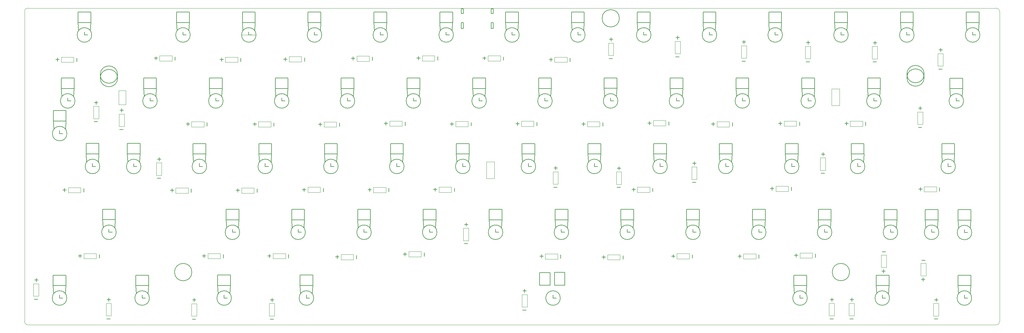
<source format=gko>
G04 Layer_Color=16720538*
%FSLAX44Y44*%
%MOMM*%
G71*
G01*
G75*
%ADD10C,0.1000*%
%ADD19C,0.2032*%
%ADD50C,0.1270*%
D10*
X1102610Y2051714D02*
G03*
X1112610Y2041714I10000J0D01*
G01*
X1112335Y2956614D02*
G03*
X1102610Y2947024I-67J-9657D01*
G01*
X3917610Y2946895D02*
G03*
X3907755Y2956614I-9788J-68D01*
G01*
X3907566Y2041614D02*
G03*
X3917610Y2051729I-35J10079D01*
G01*
X1770589Y2879114D02*
X1729592D01*
X2459091Y2464768D02*
Y2512768D01*
Y2464768D02*
X2436091D01*
Y2512768D01*
X2459091D02*
X2436091D01*
X3456054Y2675068D02*
Y2723068D01*
Y2675068D02*
X3433054D01*
Y2723068D01*
X3456054D02*
X3433054D01*
X1394947Y2678174D02*
Y2718147D01*
X1374606D01*
Y2678174D02*
Y2718147D01*
X1394947Y2678174D02*
X1374606D01*
X3907560Y2041614D02*
X1112764D01*
X1102610Y2051847D02*
Y2947017D01*
X3907752Y2956614D02*
X1112327D01*
X3917610Y2051723D02*
Y2946897D01*
X1498316Y2473932D02*
Y2509932D01*
X1483316Y2473932D02*
Y2509932D01*
X1498316D02*
X1483316D01*
X1498316Y2473932D02*
X1483316D01*
X3591022Y2243740D02*
X3576022Y2243740D01*
X3591022Y2207740D02*
X3576022Y2207740D01*
X3591022Y2207740D02*
Y2243740D01*
X3576022Y2207740D02*
Y2243740D01*
X3754598Y2789400D02*
X3739598Y2789400D01*
X3754598Y2825400D02*
X3739598Y2825400D01*
Y2789400D02*
Y2825400D01*
X3754598Y2789400D02*
Y2825400D01*
X3564861Y2809974D02*
Y2845974D01*
X3549861Y2809974D02*
Y2845974D01*
X3564861Y2845974D02*
X3549861Y2845974D01*
X3564861Y2809974D02*
X3549861Y2809974D01*
X3371820Y2810482D02*
X3356820Y2810482D01*
X3371820Y2846482D02*
X3356820Y2846482D01*
Y2810482D02*
Y2846482D01*
X3371820Y2810482D02*
Y2846482D01*
X3186908Y2812260D02*
X3171908D01*
X3186908Y2848260D02*
X3171908D01*
Y2812260D02*
Y2848260D01*
X3186908Y2812260D02*
Y2848260D01*
X2995646Y2824706D02*
X2980646D01*
X2995646Y2860706D02*
X2980646D01*
Y2824706D02*
Y2860706D01*
X2995646Y2824706D02*
Y2860706D01*
X2803114Y2819626D02*
X2788114D01*
X2803114Y2855626D02*
X2788114D01*
Y2819626D02*
Y2855626D01*
X2803114Y2819626D02*
Y2855626D01*
X2668860Y2800214D02*
Y2815214D01*
X2632860Y2800214D02*
Y2815214D01*
X2668860Y2800214D02*
X2632860D01*
X2668860Y2815214D02*
X2632860D01*
X2476860Y2803964D02*
Y2818964D01*
X2440860Y2803964D02*
Y2818964D01*
X2476860Y2803964D02*
X2440860D01*
X2476860Y2818964D02*
X2440860D01*
X2286860Y2804214D02*
Y2819214D01*
X2250860Y2804214D02*
Y2819214D01*
X2286860Y2804214D02*
X2250860D01*
X2286860Y2819214D02*
X2250860D01*
X2097860Y2803464D02*
Y2818464D01*
X2061860Y2803464D02*
Y2818464D01*
X2097860Y2803464D02*
X2061860D01*
X2097860Y2818464D02*
X2061860D01*
X1902360Y2801214D02*
Y2816214D01*
X1866360Y2801214D02*
Y2816214D01*
X1902360Y2801214D02*
X1866360D01*
X1902360Y2816214D02*
X1866360D01*
X1718110Y2800214D02*
Y2815214D01*
X1682110Y2800214D02*
Y2815214D01*
X1718110Y2800214D02*
X1682110D01*
X1718110Y2815214D02*
X1682110D01*
X1528610Y2803964D02*
Y2818964D01*
X1492610Y2803964D02*
Y2818964D01*
X1528610Y2803964D02*
X1492610D01*
X1528610Y2818964D02*
X1492610D01*
X1244360Y2800214D02*
Y2815214D01*
X1208360Y2800214D02*
Y2815214D01*
X1244360Y2800214D02*
X1208360D01*
X1244360Y2815214D02*
X1208360D01*
X3695924Y2620998D02*
X3680924Y2620998D01*
X3695924Y2656998D02*
X3680924Y2656998D01*
Y2620998D02*
Y2656998D01*
X3695924Y2620998D02*
Y2656998D01*
X3522360Y2615464D02*
Y2630464D01*
X3486360Y2615464D02*
Y2630464D01*
X3522360Y2615464D02*
X3486360D01*
X3522360Y2630464D02*
X3486360D01*
X3331610Y2615714D02*
Y2630714D01*
X3295610Y2615714D02*
Y2630714D01*
X3331610Y2615714D02*
X3295610D01*
X3331610Y2630714D02*
X3295610D01*
X3137610Y2628714D02*
X3101610D01*
X3137610Y2613714D02*
X3101610D01*
Y2628714D01*
X3137610Y2613714D02*
Y2628714D01*
X2953860Y2616714D02*
Y2631714D01*
X2917860Y2616714D02*
Y2631714D01*
X2953860Y2616714D02*
X2917860D01*
X2953860Y2631714D02*
X2917860D01*
X2763360Y2613964D02*
Y2628964D01*
X2727361Y2613964D02*
Y2628964D01*
X2763360Y2613964D02*
X2727361D01*
X2763360Y2628964D02*
X2727361D01*
X2572860Y2614964D02*
Y2629964D01*
X2536860Y2614964D02*
Y2629964D01*
X2572860Y2614964D02*
X2536860D01*
X2572860Y2629964D02*
X2536860D01*
X2383110Y2614214D02*
Y2629214D01*
X2347110Y2614214D02*
Y2629214D01*
X2383110Y2614214D02*
X2347110D01*
X2383110Y2629214D02*
X2347110D01*
X2192610Y2615714D02*
Y2630714D01*
X2156610Y2615714D02*
Y2630714D01*
X2192610Y2615714D02*
X2156610D01*
X2192610Y2630714D02*
X2156610D01*
X2003110Y2613214D02*
Y2628214D01*
X1967110Y2613214D02*
Y2628214D01*
X2003110Y2613214D02*
X1967110D01*
X2003110Y2628214D02*
X1967110D01*
X1813860Y2613464D02*
Y2628464D01*
X1777860Y2613464D02*
Y2628464D01*
X1813860Y2613464D02*
X1777860D01*
X1813860Y2628464D02*
X1777860D01*
X1620860Y2613714D02*
Y2628714D01*
X1584860Y2613714D02*
Y2628714D01*
X1620860Y2613714D02*
X1584860D01*
X1620860Y2628714D02*
X1584860D01*
X1390366Y2614902D02*
Y2650902D01*
X1375366Y2614902D02*
Y2650902D01*
X1390366D02*
X1375366D01*
X1390366Y2614902D02*
X1375366D01*
X1316706Y2637254D02*
X1301706Y2637254D01*
X1316706Y2673254D02*
X1301706Y2673254D01*
Y2637254D02*
Y2673254D01*
X1316706Y2637254D02*
Y2673254D01*
X1309610Y2247964D02*
X1273610D01*
X1309610Y2232964D02*
X1273610D01*
Y2247964D01*
X1309610Y2232964D02*
Y2247964D01*
X3735860Y2425964D02*
Y2440964D01*
X3699861Y2425964D02*
Y2440964D01*
X3735860Y2425964D02*
X3699861D01*
X3735860Y2440964D02*
X3699861D01*
X3415000Y2488410D02*
X3400000Y2488410D01*
X3415000Y2524410D02*
X3400000Y2524410D01*
Y2488410D02*
Y2524410D01*
X3415000Y2488410D02*
Y2524410D01*
X3307832Y2427493D02*
Y2442493D01*
X3271832Y2427493D02*
Y2442493D01*
X3307832Y2427493D02*
X3271832D01*
X3307832Y2442493D02*
X3271832D01*
X3043611Y2461964D02*
X3028611D01*
X3043611Y2497964D02*
X3028611D01*
Y2461964D02*
Y2497964D01*
X3043611Y2461964D02*
Y2497964D01*
X2907860Y2424714D02*
Y2439714D01*
X2871860Y2424714D02*
Y2439714D01*
X2907860Y2424714D02*
X2871860D01*
X2907860Y2439714D02*
X2871860D01*
X2826111Y2447714D02*
X2811111D01*
X2826111Y2483714D02*
X2811111D01*
Y2447714D02*
Y2483714D01*
X2826111Y2447714D02*
Y2483714D01*
X2643110Y2448214D02*
X2628110D01*
X2643110Y2484214D02*
X2628110D01*
Y2448214D02*
Y2484214D01*
X2643110Y2448214D02*
Y2484214D01*
X2335110Y2424714D02*
Y2439714D01*
X2299110Y2424714D02*
Y2439714D01*
X2335110Y2424714D02*
X2299110D01*
X2335110Y2439714D02*
X2299110D01*
X2145610Y2423964D02*
Y2438964D01*
X2109610Y2423964D02*
Y2438964D01*
X2145610Y2423964D02*
X2109610D01*
X2145610Y2438964D02*
X2109610D01*
X1956360Y2424464D02*
Y2439464D01*
X1920360Y2424464D02*
Y2439464D01*
X1956360Y2424464D02*
X1920360D01*
X1956360Y2439464D02*
X1920360D01*
X1765110Y2422214D02*
Y2437214D01*
X1729110Y2422214D02*
Y2437214D01*
X1765110Y2422214D02*
X1729110D01*
X1765110Y2437214D02*
X1729110D01*
X1575110Y2422214D02*
Y2437214D01*
X1539110Y2422214D02*
Y2437214D01*
X1575110Y2422214D02*
X1539110D01*
X1575110Y2437214D02*
X1539110D01*
X1264860Y2423464D02*
Y2438464D01*
X1228860Y2423464D02*
Y2438464D01*
X1264860Y2423464D02*
X1228860D01*
X1264860Y2438464D02*
X1228860D01*
X3705068Y2219610D02*
X3690068D01*
X3705068Y2183610D02*
X3690068D01*
X3705068D02*
Y2219610D01*
X3690068Y2183610D02*
Y2219610D01*
X3377110Y2234714D02*
Y2249714D01*
X3341111Y2234714D02*
Y2249714D01*
X3377110Y2234714D02*
X3341111D01*
X3377110Y2249714D02*
X3341111D01*
X3214154Y2232118D02*
Y2247118D01*
X3178154Y2232118D02*
Y2247118D01*
X3214154Y2232118D02*
X3178154D01*
X3214154Y2247118D02*
X3178154D01*
X3022130Y2232372D02*
Y2247372D01*
X2986130Y2232372D02*
Y2247372D01*
X3022130Y2232372D02*
X2986130D01*
X3022130Y2247372D02*
X2986130D01*
X2821610Y2229464D02*
Y2244464D01*
X2785610Y2229464D02*
Y2244464D01*
X2821610Y2229464D02*
X2785610D01*
X2821610Y2244464D02*
X2785610D01*
X2641892Y2231864D02*
Y2246864D01*
X2605892Y2231864D02*
Y2246864D01*
X2641892Y2231864D02*
X2605892D01*
X2641892Y2246864D02*
X2605892D01*
X2384610Y2285214D02*
Y2321214D01*
X2369610Y2285214D02*
Y2321214D01*
X2384610D02*
X2369610D01*
X2384610Y2285214D02*
X2369610D01*
X2247860Y2238214D02*
Y2253214D01*
X2211860Y2238214D02*
Y2253214D01*
X2247860Y2238214D02*
X2211860D01*
X2247860Y2253214D02*
X2211860D01*
X2052110Y2230214D02*
Y2245214D01*
X2016110Y2230214D02*
Y2245214D01*
X2052110Y2230214D02*
X2016110D01*
X2052110Y2245214D02*
X2016110D01*
X1856110Y2232964D02*
Y2247964D01*
X1820110Y2232964D02*
Y2247964D01*
X1856110Y2232964D02*
X1820110D01*
X1856110Y2247964D02*
X1820110D01*
X1667860Y2232964D02*
Y2247964D01*
X1631860Y2232964D02*
Y2247964D01*
X1667860Y2232964D02*
X1631860D01*
X1667860Y2247964D02*
X1631860D01*
X3741860Y2067714D02*
X3726860D01*
X3741860Y2103714D02*
X3726860D01*
Y2067714D02*
Y2103714D01*
X3741860Y2067714D02*
Y2103714D01*
X3498110Y2067964D02*
X3483110D01*
X3498110Y2103964D02*
X3483110D01*
Y2067964D02*
Y2103964D01*
X3498110Y2067964D02*
Y2103964D01*
X3440360Y2067964D02*
X3425360D01*
X3440360Y2103964D02*
X3425360D01*
Y2067964D02*
Y2103964D01*
X3440360Y2067964D02*
Y2103964D01*
X2553610Y2093464D02*
Y2129464D01*
X2538610Y2093464D02*
Y2129464D01*
X2553610D02*
X2538610D01*
X2553610Y2093464D02*
X2538610D01*
X1824341Y2067334D02*
X1809341D01*
X1824341Y2103334D02*
X1809341D01*
Y2067334D02*
Y2103334D01*
X1824341Y2067334D02*
Y2103334D01*
X1599610Y2067214D02*
X1584610D01*
X1599610Y2103214D02*
X1584610D01*
Y2067214D02*
Y2103214D01*
X1599610Y2067214D02*
Y2103214D01*
X1352860Y2067964D02*
X1337860D01*
X1352860Y2103964D02*
X1337860D01*
Y2067964D02*
Y2103964D01*
X1352860Y2067964D02*
Y2103964D01*
X1143360Y2124714D02*
X1128360D01*
X1143360Y2160714D02*
X1128360D01*
Y2124714D02*
Y2160714D01*
X1143360Y2124714D02*
Y2160714D01*
D19*
X1496324Y2520488D02*
X1486324D01*
X1491324Y2515598D02*
Y2525598D01*
X1495482Y2465008D02*
X1485482D01*
X3588857Y2252664D02*
X3578856Y2252664D01*
X3583014Y2192074D02*
Y2202074D01*
X3588014Y2197184D02*
X3578015D01*
X3751764Y2780476D02*
X3741764D01*
X3747607Y2831066D02*
X3747606Y2841066D01*
X3752606Y2835956D02*
X3742607Y2835956D01*
X3562868Y2856530D02*
X3552868Y2856530D01*
X3557868Y2851640D02*
X3557868Y2861640D01*
X3562026Y2801050D02*
X3552026D01*
X3368986Y2801558D02*
X3358986D01*
X3364828Y2852148D02*
X3364828Y2862148D01*
X3369828Y2857038D02*
X3359828Y2857038D01*
X3184074Y2803336D02*
X3174074D01*
X3179916Y2853926D02*
X3179916Y2863926D01*
X3184916Y2858816D02*
X3174916D01*
X2992812Y2815782D02*
X2982812D01*
X2988654Y2866372D02*
X2988654Y2876372D01*
X2993654Y2871262D02*
X2983654D01*
X2800280Y2810702D02*
X2790280D01*
X2796122Y2861292D02*
X2796122Y2871292D01*
X2801122Y2866182D02*
X2791122D01*
X2677784Y2802380D02*
Y2812380D01*
X2627195Y2808222D02*
X2617195D01*
X2622304Y2803222D02*
Y2813222D01*
X2485784Y2806130D02*
Y2816130D01*
X2435194Y2811972D02*
X2425194D01*
X2430304Y2806972D02*
Y2816972D01*
X2295784Y2806380D02*
Y2816380D01*
X2245194Y2812222D02*
X2235194D01*
X2240304Y2807222D02*
Y2817222D01*
X2106784Y2805630D02*
Y2815630D01*
X2056194Y2811472D02*
X2046194D01*
X2051304Y2806472D02*
Y2816472D01*
X1911284Y2803380D02*
Y2813380D01*
X1860694Y2809222D02*
X1850694D01*
X1855804Y2804222D02*
Y2814222D01*
X1727034Y2802380D02*
Y2812380D01*
X1676444Y2808222D02*
X1666444D01*
X1671554Y2803222D02*
Y2813222D01*
X1537534Y2806130D02*
Y2816130D01*
X1486944Y2811972D02*
X1476944D01*
X1482054Y2806972D02*
Y2816972D01*
X1253284Y2802380D02*
Y2812380D01*
X1202694Y2808222D02*
X1192694D01*
X1197804Y2803222D02*
Y2813222D01*
X3693090Y2612074D02*
X3683090D01*
X3688932Y2662664D02*
X3688932Y2672664D01*
X3693932Y2667554D02*
X3683932Y2667554D01*
X3531284Y2617630D02*
Y2627630D01*
X3480694Y2623472D02*
X3470694D01*
X3475804Y2618472D02*
Y2628472D01*
X3340534Y2617880D02*
Y2627880D01*
X3289944Y2623722D02*
X3279944D01*
X3285054Y2618722D02*
Y2628722D01*
X3091054Y2616722D02*
Y2626722D01*
X3095945Y2621722D02*
X3085944D01*
X3146534Y2615880D02*
Y2625880D01*
X2962784Y2618880D02*
Y2628880D01*
X2912195Y2624722D02*
X2902194D01*
X2907304Y2619722D02*
Y2629722D01*
X2772284Y2616130D02*
Y2626130D01*
X2721694Y2621972D02*
X2711694D01*
X2716804Y2616972D02*
Y2626972D01*
X2581784Y2617130D02*
Y2627130D01*
X2531194Y2622972D02*
X2521194D01*
X2526304Y2617972D02*
Y2627972D01*
X2392034Y2616380D02*
Y2626380D01*
X2341444Y2622222D02*
X2331444D01*
X2336554Y2617222D02*
Y2627222D01*
X2201534Y2617880D02*
Y2627880D01*
X2150944Y2623722D02*
X2140944D01*
X2146054Y2618722D02*
Y2628722D01*
X2012034Y2615380D02*
Y2625380D01*
X1961444Y2621222D02*
X1951444D01*
X1956554Y2616222D02*
Y2626222D01*
X1822784Y2615630D02*
Y2625630D01*
X1772194Y2621472D02*
X1762194D01*
X1767304Y2616472D02*
Y2626472D01*
X1629784Y2615880D02*
Y2625880D01*
X1579194Y2621722D02*
X1569194D01*
X1574304Y2616722D02*
Y2626722D01*
X1388374Y2661458D02*
X1378374D01*
X1383374Y2656568D02*
X1383374Y2666568D01*
X1387532Y2605978D02*
X1377532D01*
X1313872Y2628330D02*
X1303872D01*
X1309714Y2678920D02*
X1309714Y2688920D01*
X1314714Y2683810D02*
X1304714Y2683810D01*
X1263054Y2235972D02*
Y2245972D01*
X1267944Y2240972D02*
X1257944D01*
X1318534Y2235130D02*
Y2245130D01*
X3744785Y2428130D02*
Y2438130D01*
X3694194Y2433972D02*
X3684194D01*
X3689305Y2428972D02*
Y2438972D01*
X3412166Y2479486D02*
X3402166D01*
X3408008Y2530076D02*
X3408008Y2540076D01*
X3413008Y2534966D02*
X3403008Y2534966D01*
X3316756Y2429659D02*
Y2439659D01*
X3266166Y2435501D02*
X3256166D01*
X3261276Y2430501D02*
Y2440501D01*
X3040776Y2453040D02*
X3030776D01*
X3036618Y2503630D02*
Y2513630D01*
X3041618Y2508520D02*
X3031618D01*
X2916784Y2426880D02*
Y2436880D01*
X2866194Y2432722D02*
X2856194D01*
X2861304Y2427722D02*
Y2437722D01*
X2823276Y2438790D02*
X2813276D01*
X2819118Y2489380D02*
Y2499380D01*
X2824118Y2494270D02*
X2814118D01*
X2640276Y2439290D02*
X2630276D01*
X2636118Y2489880D02*
Y2499880D01*
X2641118Y2494770D02*
X2631118D01*
X2344034Y2426880D02*
Y2436880D01*
X2293444Y2432722D02*
X2283444D01*
X2288554Y2427722D02*
Y2437722D01*
X2154534Y2426130D02*
Y2436130D01*
X2103944Y2431972D02*
X2093944D01*
X2099054Y2426972D02*
Y2436972D01*
X1965284Y2426630D02*
Y2436630D01*
X1914694Y2432472D02*
X1904694D01*
X1909804Y2427472D02*
Y2437472D01*
X1774034Y2424380D02*
Y2434380D01*
X1723444Y2430222D02*
X1713444D01*
X1718554Y2425222D02*
Y2435222D01*
X1584034Y2424380D02*
Y2434380D01*
X1533444Y2430222D02*
X1523444D01*
X1528554Y2425222D02*
Y2435222D01*
X1273784Y2425630D02*
Y2435630D01*
X1223194Y2431472D02*
X1213194D01*
X1218304Y2426472D02*
Y2436472D01*
X3702903Y2228534D02*
X3692903D01*
X3697060Y2167944D02*
X3697060Y2177944D01*
X3702060Y2173054D02*
X3692061Y2173054D01*
X3386035Y2236880D02*
Y2246880D01*
X3335444Y2242722D02*
X3325444D01*
X3330554Y2237722D02*
Y2247722D01*
X3223078Y2234284D02*
Y2244284D01*
X3172488Y2240126D02*
X3162488D01*
X3167598Y2235126D02*
Y2245126D01*
X3031054Y2234538D02*
Y2244538D01*
X2980464Y2240380D02*
X2970464D01*
X2975574Y2235380D02*
Y2245380D01*
X2830534Y2231630D02*
Y2241630D01*
X2779944Y2237472D02*
X2769944D01*
X2775054Y2232472D02*
Y2242472D01*
X2650816Y2234030D02*
Y2244030D01*
X2600226Y2239872D02*
X2590226D01*
X2595336Y2234872D02*
Y2244872D01*
X2382618Y2331770D02*
X2372618D01*
X2377618Y2326880D02*
Y2336880D01*
X2381776Y2276290D02*
X2371776D01*
X2256784Y2240380D02*
Y2250380D01*
X2206194Y2246222D02*
X2196194D01*
X2201304Y2241222D02*
Y2251222D01*
X2061034Y2232380D02*
Y2242380D01*
X2010444Y2238222D02*
X2000444D01*
X2005554Y2233222D02*
Y2243222D01*
X1865034Y2235130D02*
Y2245130D01*
X1814444Y2240972D02*
X1804444D01*
X1809554Y2235972D02*
Y2245972D01*
X1676784Y2235130D02*
Y2245130D01*
X1626194Y2240972D02*
X1616194D01*
X1621304Y2235972D02*
Y2245972D01*
X3739026Y2058790D02*
X3729026D01*
X3734868Y2109380D02*
Y2119380D01*
X3739868Y2114270D02*
X3729868D01*
X3495276Y2059040D02*
X3485276D01*
X3491118Y2109630D02*
Y2119630D01*
X3496118Y2114520D02*
X3486118D01*
X3437526Y2059040D02*
X3427526D01*
X3433368Y2109630D02*
Y2119630D01*
X3438368Y2114520D02*
X3428369D01*
X2551618Y2140020D02*
X2541618D01*
X2546618Y2135130D02*
Y2145130D01*
X2550776Y2084540D02*
X2540776D01*
X1821506Y2058410D02*
X1811506D01*
X1817348Y2109000D02*
Y2119000D01*
X1822348Y2113890D02*
X1812348D01*
X1596776Y2058290D02*
X1586776D01*
X1592618Y2108880D02*
Y2118880D01*
X1597618Y2113770D02*
X1587618D01*
X1350026Y2059040D02*
X1340026D01*
X1345868Y2109630D02*
Y2119630D01*
X1350868Y2114520D02*
X1340868D01*
X1140526Y2115790D02*
X1130526D01*
X1136368Y2166380D02*
Y2176380D01*
X1141368Y2171270D02*
X1131368D01*
D50*
X1182964Y2594214D02*
G03*
X1182964Y2594214I21000J0D01*
G01*
X1396663Y2499214D02*
G03*
X1396663Y2499214I21000J0D01*
G01*
X3795440Y2308544D02*
G03*
X3795440Y2308544I21000J0D01*
G01*
X3581663Y2309214D02*
G03*
X3581663Y2309214I21000J0D01*
G01*
X3557954Y2119214D02*
G03*
X3557954Y2119214I21000J0D01*
G01*
X2488870Y2879114D02*
G03*
X2488870Y2879114I21000J0D01*
G01*
X3438864D02*
G03*
X3438864Y2879114I21000J0D01*
G01*
X3819070D02*
G03*
X3819070Y2879114I21000J0D01*
G01*
X3628944D02*
G03*
X3628944Y2879114I21000J0D01*
G01*
X3248817D02*
G03*
X3248817Y2879114I21000J0D01*
G01*
X3059060D02*
G03*
X3059060Y2879114I21000J0D01*
G01*
X2869337D02*
G03*
X2869337Y2879114I21000J0D01*
G01*
X2679110Y2879214D02*
G03*
X2679110Y2879214I21000J0D01*
G01*
X2298904Y2879114D02*
G03*
X2298904Y2879114I21000J0D01*
G01*
X2108794D02*
G03*
X2108794Y2879114I21000J0D01*
G01*
X1918687D02*
G03*
X1918687Y2879114I21000J0D01*
G01*
X1729090D02*
G03*
X1729090Y2879114I21000J0D01*
G01*
X1538980D02*
G03*
X1538980Y2879114I21000J0D01*
G01*
X1254427D02*
G03*
X1254427Y2879114I21000J0D01*
G01*
X3771754Y2688614D02*
G03*
X3771754Y2688614I21000J0D01*
G01*
X3533820Y2688528D02*
G03*
X3533820Y2688528I21000J0D01*
G01*
X3344217Y2688614D02*
G03*
X3344217Y2688614I21000J0D01*
G01*
X3154107D02*
G03*
X3154107Y2688614I21000J0D01*
G01*
X2963844D02*
G03*
X2963844Y2688614I21000J0D01*
G01*
X2773734D02*
G03*
X2773734Y2688614I21000J0D01*
G01*
X2584140D02*
G03*
X2584140Y2688614I21000J0D01*
G01*
X2394030D02*
G03*
X2394030Y2688614I21000J0D01*
G01*
X2204244D02*
G03*
X2204244Y2688614I21000J0D01*
G01*
X2013927D02*
G03*
X2013927Y2688614I21000J0D01*
G01*
X1824037D02*
G03*
X1824037Y2688614I21000J0D01*
G01*
X1633927D02*
G03*
X1633927Y2688614I21000J0D01*
G01*
X1443817D02*
G03*
X1443817Y2688614I21000J0D01*
G01*
X1206194D02*
G03*
X1206194Y2688614I21000J0D01*
G01*
X1325234Y2309214D02*
G03*
X1325234Y2309214I21000J0D01*
G01*
X3748253Y2499314D02*
G03*
X3748253Y2499314I21000J0D01*
G01*
X3486890D02*
G03*
X3486890Y2499314I21000J0D01*
G01*
X3296514D02*
G03*
X3296514Y2499314I21000J0D01*
G01*
X3106137D02*
G03*
X3106137Y2499314I21000J0D01*
G01*
X2916487D02*
G03*
X2916487Y2499314I21000J0D01*
G01*
X2726700D02*
G03*
X2726700Y2499314I21000J0D01*
G01*
X2536324D02*
G03*
X2536324Y2499314I21000J0D01*
G01*
X2346754D02*
G03*
X2346754Y2499314I21000J0D01*
G01*
X2156377D02*
G03*
X2156377Y2499314I21000J0D01*
G01*
X1966094D02*
G03*
X1966094Y2499314I21000J0D01*
G01*
X1776500D02*
G03*
X1776500Y2499314I21000J0D01*
G01*
X1586390D02*
G03*
X1586390Y2499314I21000J0D01*
G01*
X1277750D02*
G03*
X1277750Y2499314I21000J0D01*
G01*
X3700363Y2309214D02*
G03*
X3700363Y2309214I21000J0D01*
G01*
X3391564D02*
G03*
X3391564Y2309214I21000J0D01*
G01*
X3201454D02*
G03*
X3201454Y2309214I21000J0D01*
G01*
X3011344D02*
G03*
X3011344Y2309214I21000J0D01*
G01*
X2821750D02*
G03*
X2821750Y2309214I21000J0D01*
G01*
X2631640D02*
G03*
X2631640Y2309214I21000J0D01*
G01*
X2441530D02*
G03*
X2441530Y2309214I21000J0D01*
G01*
X2251350D02*
G03*
X2251350Y2309214I21000J0D01*
G01*
X2061757D02*
G03*
X2061757Y2309214I21000J0D01*
G01*
X1871397D02*
G03*
X1871397Y2309214I21000J0D01*
G01*
X1681827D02*
G03*
X1681827Y2309214I21000J0D01*
G01*
X3795110Y2119214D02*
G03*
X3795110Y2119214I21000J0D01*
G01*
X3320530D02*
G03*
X3320530Y2119214I21000J0D01*
G01*
X2607407D02*
G03*
X2607407Y2119214I21000J0D01*
G01*
X1895374D02*
G03*
X1895374Y2119214I21000J0D01*
G01*
X1657850D02*
G03*
X1657850Y2119214I21000J0D01*
G01*
X1421060D02*
G03*
X1421060Y2119214I21000J0D01*
G01*
X1182544D02*
G03*
X1182544Y2119214I21000J0D01*
G01*
X3650060Y2766057D02*
G03*
X3650060Y2766057I25000J0D01*
G01*
X3434610Y2194214D02*
G03*
X3434610Y2194214I25000J0D01*
G01*
X1321180Y2764593D02*
G03*
X1321180Y2764593I25000J0D01*
G01*
X1535610Y2194147D02*
G03*
X1535610Y2194147I25000J0D01*
G01*
X1321179Y2754593D02*
G03*
X1321179Y2754593I25000J0D01*
G01*
X3650060Y2756057D02*
G03*
X3650060Y2756057I25000J0D01*
G01*
X2770062Y2927114D02*
G03*
X2770062Y2927114I25009J0D01*
G01*
X1436273Y2535614D02*
X1399273D01*
X1436273Y2565614D02*
X1399273D01*
Y2535614D02*
Y2565614D01*
X1436273Y2535614D02*
Y2565614D01*
X1222573Y2630614D02*
X1185573D01*
X1222573Y2660614D02*
X1185573D01*
Y2630614D02*
Y2660614D01*
X1222573Y2630614D02*
Y2660614D01*
X3621410Y2344964D02*
X3584409D01*
X3621410Y2374964D02*
X3584409D01*
Y2344964D02*
Y2374964D01*
X3621410Y2344964D02*
Y2374964D01*
X3835187Y2344294D02*
X3798187D01*
X3835187Y2374294D02*
X3798187D01*
Y2344294D02*
Y2374294D01*
X3835187Y2344294D02*
Y2374294D01*
X1213305Y2594214D02*
X1203964D01*
Y2603002D01*
X1427004Y2499214D02*
X1417663D01*
Y2508002D01*
X3816440Y2308544D02*
Y2317333D01*
X3825782Y2308544D02*
X3816440D01*
X3612004Y2309214D02*
X3602663D01*
Y2318002D01*
X2619861Y2155932D02*
X2589861Y2155932D01*
X2619861Y2192932D02*
X2589861D01*
X2619861D02*
X2619861Y2155932D01*
X2589861Y2155932D02*
X2589861Y2192932D01*
X3578954Y2119214D02*
Y2128002D01*
X3588295Y2119214D02*
X3578954D01*
X2519211Y2879114D02*
X2509870D01*
Y2887903D01*
X1460610Y2155214D02*
Y2185214D01*
X1423610Y2155214D02*
Y2185214D01*
X1460610D02*
X1423610D01*
X1460610Y2155214D02*
X1423610D01*
X3459864Y2879114D02*
Y2887903D01*
X3469205Y2879114D02*
X3459864D01*
X3858610Y2915214D02*
X3821610D01*
X3858610Y2945214D02*
X3821610D01*
Y2915214D02*
Y2945214D01*
X3858610Y2915214D02*
Y2945214D01*
X3668610Y2914964D02*
Y2944964D01*
X3631610Y2914964D02*
Y2944964D01*
X3668610D02*
X3631610D01*
X3668610Y2914964D02*
X3631610D01*
X3478610D02*
X3441610D01*
X3478610Y2944964D02*
X3441610D01*
Y2914964D02*
Y2944964D01*
X3478610Y2914964D02*
Y2944964D01*
X3288360Y2915214D02*
Y2945214D01*
X3251360Y2915214D02*
Y2945214D01*
X3288360D02*
X3251360D01*
X3288360Y2915214D02*
X3251360D01*
X3098610Y2914964D02*
X3061610D01*
X3098610Y2944964D02*
X3061610D01*
Y2914964D02*
Y2944964D01*
X3098610Y2914964D02*
Y2944964D01*
X2908860Y2914964D02*
Y2944964D01*
X2871860Y2914964D02*
Y2944964D01*
X2908860D02*
X2871860D01*
X2908860Y2914964D02*
X2871860D01*
X2718610D02*
X2681610D01*
X2718610Y2944964D02*
X2681610D01*
Y2914964D02*
Y2944964D01*
X2718610Y2914964D02*
Y2944964D01*
X2528360Y2914964D02*
Y2944964D01*
X2491360Y2914964D02*
Y2944964D01*
X2528360D02*
X2491360D01*
X2528360Y2914964D02*
X2491360D01*
X2338610D02*
X2301610D01*
X2338610Y2944964D02*
X2301610D01*
Y2914964D02*
Y2944964D01*
X2338610Y2914964D02*
Y2944964D01*
X2148360Y2914964D02*
Y2944964D01*
X2111360Y2914964D02*
Y2944964D01*
X2148360D02*
X2111360D01*
X2148360Y2914964D02*
X2111360D01*
X1958110D02*
X1921110D01*
X1958110Y2944964D02*
X1921110D01*
Y2914964D02*
Y2944964D01*
X1958110Y2914964D02*
Y2944964D01*
X1768610Y2914964D02*
Y2944964D01*
X1731610Y2914964D02*
Y2944964D01*
X1768610D02*
X1731610D01*
X1768610Y2914964D02*
X1731610D01*
X1578610D02*
X1541610D01*
X1578610Y2944964D02*
X1541610D01*
Y2914964D02*
Y2944964D01*
X1578610Y2914964D02*
Y2944964D01*
X1294110Y2915214D02*
Y2945214D01*
X1257110Y2915214D02*
Y2945214D01*
X1294110D02*
X1257110D01*
X1294110Y2915214D02*
X1257110D01*
X3811360Y2724214D02*
X3774360D01*
X3811360Y2754214D02*
X3774360D01*
Y2724214D02*
Y2754214D01*
X3811360Y2724214D02*
Y2754214D01*
X3573610Y2724464D02*
Y2754464D01*
X3536610Y2724464D02*
Y2754464D01*
X3573610D02*
X3536610D01*
X3573610Y2724464D02*
X3536610D01*
X3383860D02*
X3346860D01*
X3383860Y2754464D02*
X3346860D01*
Y2724464D02*
Y2754464D01*
X3383860Y2724464D02*
Y2754464D01*
X3193610Y2724464D02*
Y2754464D01*
X3156610Y2724464D02*
Y2754464D01*
X3193610D02*
X3156610D01*
X3193610Y2724464D02*
X3156610D01*
X3003360Y2724714D02*
X2966360D01*
X3003360Y2754714D02*
X2966360D01*
Y2724714D02*
Y2754714D01*
X3003360Y2724714D02*
Y2754714D01*
X2813110Y2724964D02*
Y2754964D01*
X2776110Y2724964D02*
Y2754964D01*
X2813110D02*
X2776110D01*
X2813110Y2724964D02*
X2776110D01*
X2623610Y2724464D02*
X2586610D01*
X2623610Y2754464D02*
X2586610D01*
Y2724464D02*
Y2754464D01*
X2623610Y2724464D02*
Y2754464D01*
X2433610Y2724714D02*
Y2754714D01*
X2396610Y2724714D02*
Y2754714D01*
X2433610D02*
X2396610D01*
X2433610Y2724714D02*
X2396610D01*
X2243860Y2724464D02*
X2206860D01*
X2243860Y2754464D02*
X2206860D01*
Y2724464D02*
Y2754464D01*
X2243860Y2724464D02*
Y2754464D01*
X2053360Y2724464D02*
Y2754464D01*
X2016360Y2724464D02*
Y2754464D01*
X2053360D02*
X2016360D01*
X2053360Y2724464D02*
X2016360D01*
X1863360D02*
X1826360D01*
X1863360Y2754464D02*
X1826360D01*
Y2724464D02*
Y2754464D01*
X1863360Y2724464D02*
Y2754464D01*
X1673610Y2724464D02*
Y2754464D01*
X1636610Y2724464D02*
Y2754464D01*
X1673610D02*
X1636610D01*
X1673610Y2724464D02*
X1636610D01*
X1483360D02*
X1446360D01*
X1483360Y2754464D02*
X1446360D01*
Y2724464D02*
Y2754464D01*
X1483360Y2724464D02*
Y2754464D01*
X1245610Y2724464D02*
Y2754464D01*
X1208610Y2724464D02*
Y2754464D01*
X1245610D02*
X1208610D01*
X1245610Y2724464D02*
X1208610D01*
X1364860Y2345464D02*
X1327860D01*
X1364860Y2375464D02*
X1327860D01*
Y2345464D02*
Y2375464D01*
X1364860Y2345464D02*
Y2375464D01*
X3787860Y2535214D02*
Y2565214D01*
X3750860Y2535214D02*
Y2565214D01*
X3787860D02*
X3750860D01*
X3787860Y2535214D02*
X3750860D01*
X3526360Y2535464D02*
X3489360D01*
X3526360Y2565464D02*
X3489360D01*
Y2535464D02*
Y2565464D01*
X3526360Y2535464D02*
Y2565464D01*
X3336110Y2535464D02*
Y2565464D01*
X3299110Y2535464D02*
Y2565464D01*
X3336110D02*
X3299110D01*
X3336110Y2535464D02*
X3299110D01*
X3145610D02*
X3108610D01*
X3145610Y2565464D02*
X3108610D01*
Y2535464D02*
Y2565464D01*
X3145610Y2535464D02*
Y2565464D01*
X2956110Y2535464D02*
Y2565464D01*
X2919110Y2535464D02*
Y2565464D01*
X2956110D02*
X2919110D01*
X2956110Y2535464D02*
X2919110D01*
X2766610D02*
X2729610D01*
X2766610Y2565464D02*
X2729610D01*
Y2535464D02*
Y2565464D01*
X2766610Y2535464D02*
Y2565464D01*
X2575860Y2535464D02*
Y2565464D01*
X2538860Y2535464D02*
Y2565464D01*
X2575860D02*
X2538860D01*
X2575860Y2535464D02*
X2538860D01*
X2386360D02*
X2349360D01*
X2386360Y2565464D02*
X2349360D01*
Y2535464D02*
Y2565464D01*
X2386360Y2535464D02*
Y2565464D01*
X2196110Y2535464D02*
Y2565464D01*
X2159110Y2535464D02*
Y2565464D01*
X2196110D02*
X2159110D01*
X2196110Y2535464D02*
X2159110D01*
X2005610D02*
X1968610D01*
X2005610Y2565464D02*
X1968610D01*
Y2535464D02*
Y2565464D01*
X2005610Y2535464D02*
Y2565464D01*
X1816110Y2535464D02*
Y2565464D01*
X1779110Y2535464D02*
Y2565464D01*
X1816110D02*
X1779110D01*
X1816110Y2535464D02*
X1779110D01*
X1625860D02*
X1588860D01*
X1625860Y2565464D02*
X1588860D01*
Y2535464D02*
Y2565464D01*
X1625860Y2535464D02*
Y2565464D01*
X1317360Y2535714D02*
Y2565714D01*
X1280360Y2535714D02*
Y2565714D01*
X1317360D02*
X1280360D01*
X1317360Y2535714D02*
X1280360D01*
X3740110Y2344964D02*
X3703110D01*
X3740110Y2374964D02*
X3703110D01*
Y2344964D02*
Y2374964D01*
X3740110Y2344964D02*
Y2374964D01*
X3431360Y2345214D02*
Y2375214D01*
X3394360Y2345214D02*
Y2375214D01*
X3431360D02*
X3394360D01*
X3431360Y2345214D02*
X3394360D01*
X3241110D02*
X3204110D01*
X3241110Y2375214D02*
X3204110D01*
Y2345214D02*
Y2375214D01*
X3241110Y2345214D02*
Y2375214D01*
X3050860Y2345214D02*
Y2375214D01*
X3013860Y2345214D02*
Y2375214D01*
X3050860D02*
X3013860D01*
X3050860Y2345214D02*
X3013860D01*
X2861360D02*
X2824360D01*
X2861360Y2375214D02*
X2824360D01*
Y2345214D02*
Y2375214D01*
X2861360Y2345214D02*
Y2375214D01*
X2671360Y2345214D02*
Y2375214D01*
X2634360Y2345214D02*
Y2375214D01*
X2671360D02*
X2634360D01*
X2671360Y2345214D02*
X2634360D01*
X2481110D02*
X2444110D01*
X2481110Y2375214D02*
X2444110D01*
Y2345214D02*
Y2375214D01*
X2481110Y2345214D02*
Y2375214D01*
X2290860Y2345214D02*
Y2375214D01*
X2253860Y2345214D02*
Y2375214D01*
X2290860D02*
X2253860D01*
X2290860Y2345214D02*
X2253860D01*
X2101360D02*
X2064360D01*
X2101360Y2375214D02*
X2064360D01*
Y2345214D02*
Y2375214D01*
X2101360Y2345214D02*
Y2375214D01*
X1910860Y2345214D02*
Y2375214D01*
X1873860Y2345214D02*
Y2375214D01*
X1910860D02*
X1873860D01*
X1910860Y2345214D02*
X1873860D01*
X1721360D02*
X1684360D01*
X1721360Y2375214D02*
X1684360D01*
Y2345214D02*
Y2375214D01*
X1721360Y2345214D02*
Y2375214D01*
X3834610Y2154964D02*
Y2184964D01*
X3797610Y2154964D02*
Y2184964D01*
X3834610D02*
X3797610D01*
X3834610Y2154964D02*
X3797610D01*
X3598610D02*
X3561610D01*
X3598610Y2184964D02*
X3561610D01*
Y2154964D02*
Y2184964D01*
X3598610Y2154964D02*
Y2184964D01*
X3360610Y2155214D02*
Y2185214D01*
X3323610Y2155214D02*
Y2185214D01*
X3360610D02*
X3323610D01*
X3360610Y2155214D02*
X3323610D01*
X2662786Y2193186D02*
X2662786Y2156186D01*
X2632786Y2193186D02*
X2632786Y2156186D01*
X2662786D02*
X2632786D01*
X2662786Y2193186D02*
X2632786Y2193186D01*
X1935110Y2155464D02*
Y2185464D01*
X1898110Y2155464D02*
Y2185464D01*
X1935110D02*
X1898110D01*
X1935110Y2155464D02*
X1898110D01*
X1697110D02*
X1660110D01*
X1697110Y2185464D02*
X1660110D01*
Y2155464D02*
Y2185464D01*
X1697110Y2155464D02*
Y2185464D01*
X1222110Y2155214D02*
Y2185214D01*
X1185110Y2155214D02*
Y2185214D01*
X1222110D02*
X1185110D01*
X1222110Y2155214D02*
X1185110D01*
X3840070Y2879114D02*
Y2887903D01*
X3849412Y2879114D02*
X3840070D01*
X3659285D02*
X3649944D01*
Y2887903D01*
X3279158Y2879114D02*
X3269817D01*
Y2887903D01*
X3080060Y2879114D02*
Y2887903D01*
X3089402Y2879114D02*
X3080060D01*
X2890337D02*
Y2887903D01*
X2899678Y2879114D02*
X2890337D01*
X2709452Y2879214D02*
X2700110D01*
Y2888003D01*
X2319904Y2879114D02*
Y2887903D01*
X2329245Y2879114D02*
X2319904D01*
X2129794D02*
Y2887903D01*
X2139135Y2879114D02*
X2129794D01*
X1939687D02*
Y2887903D01*
X1949028Y2879114D02*
X1939687D01*
X1759431D02*
X1750090D01*
Y2887903D01*
X1559980Y2879114D02*
Y2887903D01*
X1569321Y2879114D02*
X1559980D01*
X1284768D02*
X1275427D01*
Y2887903D01*
X3792754Y2688614D02*
Y2697403D01*
X3802095Y2688614D02*
X3792754D01*
X3564161Y2688528D02*
X3554820D01*
Y2697317D01*
X3365217Y2688614D02*
Y2697403D01*
X3374558Y2688614D02*
X3365217D01*
X3184448D02*
X3175107D01*
Y2697403D01*
X2994185Y2688614D02*
X2984844D01*
Y2697403D01*
X2804075Y2688614D02*
X2794734D01*
Y2697403D01*
X2605140Y2688614D02*
Y2697403D01*
X2614482Y2688614D02*
X2605140D01*
X2424371D02*
X2415030D01*
Y2697403D01*
X2225244Y2688614D02*
Y2697403D01*
X2234585Y2688614D02*
X2225244D01*
X2044268D02*
X2034927D01*
Y2697403D01*
X1845037Y2688614D02*
Y2697403D01*
X1854378Y2688614D02*
X1845037D01*
X1664268D02*
X1654927D01*
Y2697403D01*
X1464817Y2688614D02*
Y2697403D01*
X1474158Y2688614D02*
X1464817D01*
X1227194D02*
Y2697403D01*
X1236535Y2688614D02*
X1227194D01*
X1346234Y2309214D02*
Y2318002D01*
X1355575Y2309214D02*
X1346234D01*
X3778595Y2499314D02*
X3769254D01*
Y2508103D01*
X3507890Y2499314D02*
Y2508103D01*
X3517231Y2499314D02*
X3507890D01*
X3326855D02*
X3317514D01*
Y2508103D01*
X3127137Y2499314D02*
Y2508103D01*
X3136478Y2499314D02*
X3127137D01*
X2946828D02*
X2937487D01*
Y2508103D01*
X2757042Y2499314D02*
X2747701D01*
Y2508103D01*
X2566665Y2499314D02*
X2557324D01*
Y2508103D01*
X2377095Y2499314D02*
X2367754D01*
Y2508103D01*
X2186718Y2499314D02*
X2177377D01*
Y2508103D01*
X1987094Y2499314D02*
Y2508103D01*
X1996435Y2499314D02*
X1987094D01*
X1806841D02*
X1797500D01*
Y2508103D01*
X1607390Y2499314D02*
Y2508103D01*
X1616732Y2499314D02*
X1607390D01*
X1298750D02*
Y2508103D01*
X1308091Y2499314D02*
X1298750D01*
X3721364Y2309214D02*
Y2318002D01*
X3730705Y2309214D02*
X3721364D01*
X3421905D02*
X3412564D01*
Y2318002D01*
X3222454Y2309214D02*
Y2318002D01*
X3231795Y2309214D02*
X3222454D01*
X3041685D02*
X3032344D01*
Y2318002D01*
X2842750Y2309214D02*
Y2318002D01*
X2852091Y2309214D02*
X2842750D01*
X2661982D02*
X2652640D01*
Y2318002D01*
X2462530Y2309214D02*
Y2318002D01*
X2471871Y2309214D02*
X2462530D01*
X2281691D02*
X2272350D01*
Y2318002D01*
X2082757Y2309214D02*
Y2318002D01*
X2092098Y2309214D02*
X2082757D01*
X1892397D02*
Y2318002D01*
X1901738Y2309214D02*
X1892397D01*
X1712168D02*
X1702827D01*
Y2318002D01*
X3825451Y2119214D02*
X3816111D01*
Y2128002D01*
X3341530Y2119214D02*
Y2128002D01*
X3350872Y2119214D02*
X3341530D01*
X2637748D02*
X2628407D01*
Y2128002D01*
X1925715Y2119214D02*
X1916374D01*
Y2128002D01*
X1678850Y2119214D02*
Y2128002D01*
X1688192Y2119214D02*
X1678850D01*
X1451402D02*
X1442060D01*
Y2128002D01*
X1203544Y2119214D02*
Y2128002D01*
X1212885Y2119214D02*
X1203544D01*
X2369565Y2897713D02*
X2363589D01*
Y2914696D01*
X2369565D02*
X2363589D01*
X2369565Y2897713D02*
Y2914696D01*
Y2911275D02*
Y2914696D01*
X2369530Y2941035D02*
Y2943725D01*
X2369565Y2941035D02*
X2363589D01*
Y2954951D01*
X2369530D02*
X2363589D01*
X2369530Y2943725D02*
Y2954951D01*
X2455997Y2941044D02*
X2449971D01*
X2455997D02*
Y2954991D01*
X2449971D01*
Y2941044D02*
Y2954991D01*
X2455997Y2897704D02*
X2449971D01*
X2455997D02*
Y2914710D01*
X2449971D01*
Y2897704D02*
Y2914710D01*
X1436273Y2535614D02*
X1434743Y2511874D01*
X1400803D02*
X1399273Y2535614D01*
X1222573Y2630614D02*
X1221044Y2606874D01*
X1187103D02*
X1185573Y2630614D01*
X1329390Y2322142D02*
X1327860Y2345882D01*
X1364860Y2345464D02*
X1363330Y2321724D01*
X1685890Y2322142D02*
X1684360Y2345882D01*
X1721360Y2345214D02*
X1719830Y2321474D01*
X1875390Y2322142D02*
X1873860Y2345882D01*
X1910860Y2345628D02*
X1909330Y2321888D01*
X2065890Y2322142D02*
X2064360Y2345882D01*
X2101360Y2345214D02*
X2099830Y2321474D01*
X2255390Y2321888D02*
X2253860Y2345628D01*
X2290860Y2345214D02*
X2289330Y2321474D01*
X2445640Y2322142D02*
X2444110Y2345882D01*
X2481110Y2345214D02*
X2479580Y2321474D01*
X2635917Y2322050D02*
X2634387Y2345790D01*
X2671387Y2345282D02*
X2669857Y2321542D01*
X2825890Y2321888D02*
X2824360Y2345628D01*
X2861360Y2345214D02*
X2859830Y2321474D01*
X3015390Y2322142D02*
X3013860Y2345882D01*
X3050890Y2345492D02*
X3049360Y2321752D01*
X3205730Y2322050D02*
X3204200Y2345790D01*
X3241200Y2345282D02*
X3239670Y2321542D01*
X3395840Y2322050D02*
X3394310Y2345790D01*
X3431310Y2345282D02*
X3429780Y2321542D01*
X3585940Y2322050D02*
X3584409Y2345790D01*
X3621410Y2345282D02*
X3619880Y2321542D01*
X3704640Y2322050D02*
X3703110Y2345790D01*
X3740110Y2345282D02*
X3738580Y2321542D01*
X3799717Y2321380D02*
X3798187Y2345120D01*
X3835187Y2344612D02*
X3833657Y2320872D01*
X1317360Y2535714D02*
X1315830Y2511974D01*
X1281890D02*
X1280360Y2535714D01*
X1625860Y2535464D02*
X1624330Y2511724D01*
X1590390D02*
X1588860Y2535464D01*
X1816131Y2535164D02*
X1814601Y2511424D01*
X1780637Y2511556D02*
X1779107Y2535296D01*
X1970140Y2511724D02*
X1968610Y2535464D01*
X2005610D02*
X2004080Y2511724D01*
X2196110Y2535464D02*
X2194580Y2511724D01*
X2160640D02*
X2159110Y2535464D01*
X2386384Y2535164D02*
X2384854Y2511424D01*
X2350890Y2511556D02*
X2349360Y2535296D01*
X2575860Y2535464D02*
X2574330Y2511724D01*
X2540390D02*
X2538860Y2535464D01*
X2766610D02*
X2765080Y2511724D01*
X2731140Y2512134D02*
X2729610Y2535874D01*
X2956118Y2535164D02*
X2954588Y2511424D01*
X2920623Y2511556D02*
X2919094Y2535296D01*
X3145768Y2535164D02*
X3144238Y2511424D01*
X3110273Y2511556D02*
X3108744Y2535296D01*
X3336144Y2535164D02*
X3334614Y2511424D01*
X3300650Y2511556D02*
X3299120Y2535296D01*
X3526521Y2535402D02*
X3524991Y2511662D01*
X3491027Y2511794D02*
X3489497Y2535534D01*
X3787884Y2535164D02*
X3786354Y2511424D01*
X3752390Y2511556D02*
X3750860Y2535296D01*
X1245610Y2725104D02*
X1244080Y2701364D01*
X1210140Y2701110D02*
X1208610Y2724850D01*
X1447890Y2701110D02*
X1446360Y2724850D01*
X1483360Y2725104D02*
X1481830Y2701364D01*
X1673610Y2725104D02*
X1672080Y2701364D01*
X1638140Y2701110D02*
X1636610Y2724850D01*
X1863360Y2725104D02*
X1861830Y2701364D01*
X1827890Y2701110D02*
X1826360Y2724850D01*
X2053360D02*
X2051830Y2701110D01*
X2017993Y2701196D02*
X2016463Y2724936D01*
X2243860Y2724850D02*
X2242330Y2701110D01*
X2208390D02*
X2206860Y2724850D01*
X2433610D02*
X2432080Y2701110D01*
X2398140D02*
X2396610Y2724850D01*
X2623610D02*
X2622080Y2701110D01*
X2588140D02*
X2586610Y2724850D01*
X2813110Y2724964D02*
X2811581Y2701224D01*
X2777640D02*
X2776110Y2724964D01*
X3003360Y2724850D02*
X3001830Y2701110D01*
X2967890Y2701364D02*
X2966360Y2725104D01*
X3158173Y2701196D02*
X3156643Y2724936D01*
X3193610Y2724850D02*
X3192080Y2701110D01*
X3384007Y2724936D02*
X3382477Y2701196D01*
X3348537D02*
X3347007Y2724936D01*
X3573610Y2724850D02*
X3572080Y2701110D01*
X3538140D02*
X3536610Y2724850D01*
X3811384Y2724464D02*
X3809854Y2700724D01*
X3775890Y2700856D02*
X3774360Y2724596D01*
X3858610Y2915214D02*
X3857080Y2891474D01*
X3823140D02*
X3821610Y2915214D01*
X3668610D02*
X3667080Y2891474D01*
X3633140D02*
X3631610Y2915214D01*
X3478618D02*
X3477088Y2891474D01*
X3443148D02*
X3441618Y2915214D01*
X3288372D02*
X3286842Y2891474D01*
X3252902D02*
X3251372Y2915214D01*
X3098634D02*
X3097104Y2891474D01*
X3063164D02*
X3061634Y2915214D01*
X2908896D02*
X2907366Y2891474D01*
X2873426D02*
X2871896Y2915214D01*
X2718650Y2915314D02*
X2717120Y2891574D01*
X2683180D02*
X2681650Y2915314D01*
X2528410Y2915214D02*
X2526880Y2891474D01*
X2492940D02*
X2491410Y2915214D01*
X2338443D02*
X2336914Y2891474D01*
X2302973D02*
X2301443Y2915214D01*
X2148420D02*
X2146890Y2891474D01*
X2112950D02*
X2111420Y2915214D01*
X1958227D02*
X1956697Y2891474D01*
X1922757D02*
X1921227Y2915214D01*
X1768630D02*
X1767100Y2891474D01*
X1733160D02*
X1731630Y2915214D01*
X1578520D02*
X1576990Y2891474D01*
X1543050D02*
X1541520Y2915214D01*
X1294110D02*
X1292580Y2891474D01*
X1258640D02*
X1257110Y2915214D01*
X3834610Y2155382D02*
X3833080Y2131642D01*
X3799140D02*
X3797610Y2155382D01*
X3598610Y2154964D02*
X3597080Y2131224D01*
X3563140Y2131388D02*
X3561610Y2155128D01*
X3360610Y2155214D02*
X3359081Y2131474D01*
X3324956Y2131896D02*
X3323426Y2155636D01*
X1899640Y2131724D02*
X1898110Y2155464D01*
X1935110D02*
X1933580Y2131724D01*
X1697110Y2155464D02*
X1695580Y2131724D01*
X1661640D02*
X1660110Y2155464D01*
X1460560Y2155382D02*
X1459030Y2131642D01*
X1425090D02*
X1423560Y2155382D01*
X1222090Y2155246D02*
X1220560Y2131506D01*
X1186573Y2131642D02*
X1185043Y2155382D01*
M02*

</source>
